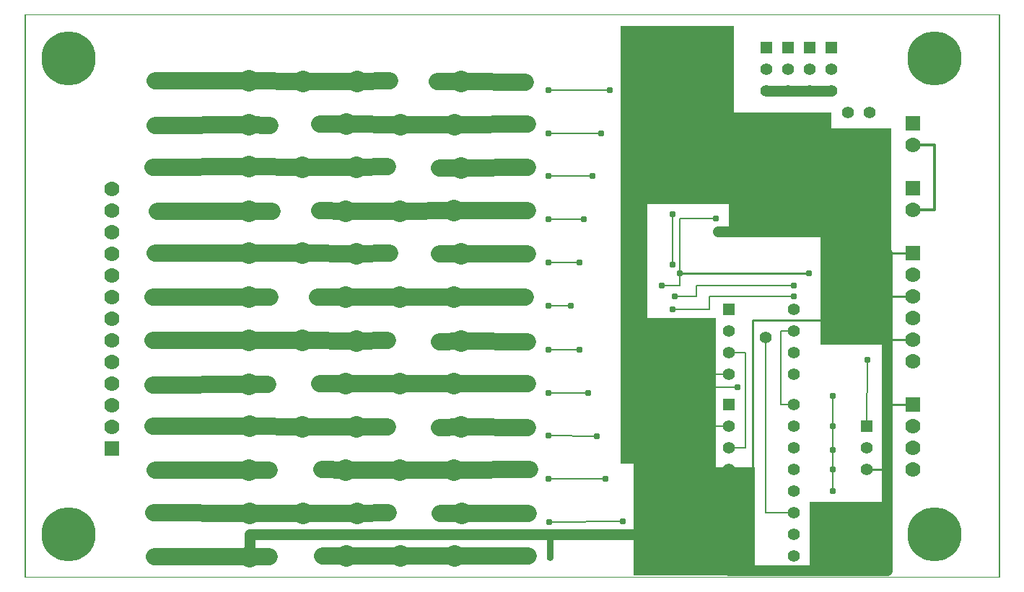
<source format=gbl>
G04*
G04 Format:               Gerber RS-274X*
G04 Layer:                BottomCopper*
G04 This File Name:       bms.gbl*
G04 Source File Name:     bms.rrb*
G04 Unique ID:            f0a94124-7116-492a-8d2f-4ebec7e5445f*
G04 Generated Date:       Thursday, 13 March 2014 15:34:31*
G04*
G04 Created Using:        Robot Room Copper Connection v2.5.5143*
G04 Software Contact:     http://www.robotroom.com/CopperConnection/Support.aspx*
G04 License Number:       1402*
G04*
G04 Zero Suppression:     Leading*
G04 Number Precision:     2.4*
G04*
%FSLAX24Y24*%
%MOIN*%
%LNBottomCopper*%
%ADD10C,.008*%
%ADD11C,.01*%
%ADD12C,.012*%
%ADD13C,.03*%
%ADD14C,.031*%
%ADD15C,.037*%
%ADD16C,.05*%
%ADD17C,.056*%
%ADD18C,.07*%
%ADD19C,.08*%
%ADD20C,.1*%
%ADD21C,.25*%
%ADD22R,.006X.006*%
%ADD23R,.056X.056*%
%ADD24R,.07X.07*%
%ADD25R,.03X.03*%
G36*
G01X36250Y3500D02*
X39800D01*
Y300D01*
X36250D01*
Y3500D01*
G37*
G36*
X27500Y19500D02*
X28750D01*
Y5250D01*
X27500D01*
Y19500D01*
G37*
G36*
X28100Y12000D02*
X31900D01*
Y1900D01*
X28100D01*
Y12000D01*
G37*
G36*
X28100Y5100D02*
X33700D01*
Y100D01*
X28100D01*
Y5100D01*
G37*
G36*
X36750Y20750D02*
X40000D01*
Y10750D01*
X36750D01*
Y20750D01*
G37*
G36*
X32500Y21500D02*
X37250D01*
Y15750D01*
X32500D01*
Y21500D01*
G37*
G36*
X27500Y25500D02*
X32750D01*
Y17250D01*
X27500D01*
Y25500D01*
G37*
D10*
X24200Y2560D02*
X27600Y2570D01*
X24170Y4540D02*
X26800D01*
X24170Y6540D02*
X26400Y6530D01*
X24170Y8520D02*
X26000Y8510D01*
X24170Y10520D02*
X25600D01*
X24170Y12550D02*
X25200D01*
X24180Y22510D02*
X27010D01*
X24180Y20510D02*
X26610D01*
X24170Y18550D02*
X26200D01*
X24170Y14550D02*
X25600D01*
X24170Y16550D02*
X25810D01*
X29900Y14450D02*
Y16800D01*
X31910Y16600D02*
X30250D01*
Y14060D01*
Y13470D01*
X29400D01*
X38890Y6990D02*
X38910Y10050D01*
X35500Y11400D02*
X34900D01*
X34200Y11090D02*
Y3000D01*
X35500D01*
X32500Y7000D02*
X31700D01*
X32500Y9400D02*
X31700D01*
X32500Y6000D02*
X33280D01*
X31700Y9400D02*
Y8800D01*
X32500Y10400D02*
X33280D01*
X32900Y8800D02*
X31700D01*
X33280Y10400D02*
Y6000D01*
X37320Y8400D02*
Y7000D01*
Y4000D02*
Y5000D01*
Y5900D01*
Y7000D01*
X31700Y8800D02*
Y7000D01*
X34900Y11400D02*
Y8000D01*
X35500D01*
X31700Y7000D02*
Y5000D01*
X30000Y13000D02*
X31000D01*
X29900Y12400D02*
X31600D01*
X31000Y13000D02*
Y13500D01*
X35500D01*
X31600Y12400D02*
Y13000D01*
X35500D01*
D11*
X39810Y11000D02*
X41010D01*
X39810Y7990D02*
X41010D01*
X39800Y15000D02*
X41010D01*
X39810Y12990D02*
X41010Y13000D01*
X38890Y4990D02*
X39800Y5000D01*
X32500D02*
X31700D01*
X29480D02*
X31700D01*
X32500D02*
X33600D01*
X30250Y14060D02*
X36200D01*
X33600Y5000D02*
Y11890D01*
X38200Y11900D01*
D12*
X41010Y20000D02*
X42010D01*
Y17000D01*
X41010D01*
D13*
X24250Y930D02*
Y1980D01*
D14*
X26800Y4540D03*
X27600Y2570D03*
X24200Y2560D03*
X24250Y930D03*
X26400Y6530D03*
X26000Y8510D03*
X25600Y10520D03*
X24170Y4540D03*
Y6540D03*
X25200Y12550D03*
X24170Y8520D03*
Y10520D03*
Y12550D03*
X26610Y20510D03*
X24170Y14550D03*
X25600D03*
X27010Y22510D03*
X24170Y16550D03*
Y18550D03*
X26200D03*
X24180Y20510D03*
Y22510D03*
X25810Y16550D03*
X29900Y14450D03*
Y16800D03*
X29400Y13470D03*
X31910Y16600D03*
X35500Y13500D03*
Y13000D03*
X30250Y14060D03*
X32000Y16000D03*
X34900D03*
X30000Y13000D03*
X38910Y10050D03*
X29900Y12400D03*
X29480Y5000D03*
X32900Y8800D03*
X37320Y5000D03*
Y4000D03*
Y5900D03*
Y7000D03*
Y8400D03*
X38200Y13400D03*
X36200Y14060D03*
D15*
X29490Y1980D03*
D16*
X10360Y960D02*
X10370Y1980D01*
X24250D01*
X29490D02*
X24250D01*
X36250Y22500D02*
X37250D01*
X32000Y16000D02*
X34250D01*
X39810Y330D02*
X32500D01*
X34250Y22500D02*
X35250D01*
X39810Y12990D02*
Y11000D01*
Y7990D02*
Y11000D01*
X39800Y15000D02*
Y13400D01*
X39810Y7990D02*
X39800Y5000D01*
X32500D02*
Y4000D01*
X29490Y1980D02*
X32500Y2000D01*
Y4000D02*
Y3000D01*
Y2000D01*
X39800Y5000D02*
X39810Y330D01*
Y12990D02*
X39800Y13400D01*
X38200D02*
X39800D01*
X38200Y11900D02*
Y13400D01*
X34900Y16000D02*
X38200D01*
X34250D02*
X34900D01*
X38200D02*
Y13400D01*
X32500Y2000D02*
Y1000D01*
Y330D01*
X35250Y22500D02*
X36250D01*
D17*
X37250Y22500D03*
X32500Y7000D03*
X37250Y23500D03*
X32500Y6000D03*
Y5000D03*
Y4000D03*
Y3000D03*
Y2000D03*
Y1000D03*
X35500D03*
Y2000D03*
Y3000D03*
Y4000D03*
Y5000D03*
Y6000D03*
Y7000D03*
Y8000D03*
X35250Y22500D03*
Y23500D03*
X34250Y22500D03*
Y23500D03*
X32500Y11400D03*
Y10400D03*
Y9400D03*
X35500D03*
Y10400D03*
Y11400D03*
Y12400D03*
X38000Y21500D03*
X39000D03*
X38890Y4990D03*
Y5990D03*
X34200Y11090D03*
X36250Y22500D03*
Y23500D03*
D18*
X4000Y7960D03*
Y8960D03*
Y6960D03*
Y10960D03*
Y9960D03*
Y11960D03*
Y13960D03*
Y12960D03*
Y14960D03*
Y15960D03*
X41010Y13000D03*
Y12000D03*
Y14000D03*
Y10000D03*
X4000Y17960D03*
Y16960D03*
X41010Y11000D03*
Y5990D03*
Y4990D03*
Y6990D03*
Y20000D03*
Y17000D03*
D19*
X13740Y1000D02*
X14850Y970D01*
X5980Y960D02*
X10360D01*
X14850Y970D02*
X17350D01*
X19850D01*
X10360Y960D02*
X11260Y940D01*
X19850Y970D02*
X23230Y1000D01*
X5940Y2980D02*
X10360Y2960D01*
X19170Y2950D02*
X20170Y2960D01*
X10360D02*
X12850Y2950D01*
X15350Y2960D01*
X20170D02*
X23230D01*
X15350D02*
X16770Y2990D01*
X6000Y4940D02*
X10330D01*
X11260D01*
X13700Y4970D02*
X14820Y4960D01*
X17320D01*
X19820Y4950D01*
X23310Y4970D01*
X5900Y8900D02*
X10330Y8920D01*
X11200D01*
X5900Y12940D02*
X10330Y12950D01*
X11300Y12940D01*
X6100Y16910D02*
X10330Y16930D01*
X11400Y16920D01*
X6000Y20900D02*
X10340Y20910D01*
X11300Y20900D01*
X13600Y8960D02*
X14820Y8950D01*
X17320D01*
X19820Y8940D01*
X23210Y8960D01*
X13500Y12940D02*
X14820Y12950D01*
X17320D01*
X19820D01*
X23110Y12940D01*
X13600Y16940D02*
X14820Y16920D01*
X17320Y16930D01*
X19820Y16940D01*
X23210D01*
X13600Y20960D02*
X14830Y20940D01*
X17330Y20930D01*
X19830Y20920D01*
X23210Y20940D01*
X5900Y6980D02*
X10380Y6970D01*
X12820Y6960D01*
X15320Y6950D01*
X16730D01*
X5900Y10940D02*
X10330Y10960D01*
X12820Y10940D01*
X15320Y10930D01*
X16730Y10950D01*
X6000Y15000D02*
X10330Y14970D01*
X12820D01*
X15320Y14960D01*
X16830Y14990D01*
X5900Y18960D02*
X10330Y18970D01*
X12820Y18960D01*
X15320Y18950D01*
X16730Y18970D01*
X20140Y6940D02*
X23200Y6930D01*
X19140Y6910D02*
X20140Y6940D01*
X6000Y22940D02*
X10340D01*
X12830Y22930D01*
X15330Y22920D01*
X16830Y22950D01*
X20140Y10920D02*
X23200Y10900D01*
X19140Y10890D02*
X20140Y10920D01*
Y14950D02*
X23200Y14960D01*
X19140D02*
X20140Y14950D01*
Y18930D02*
X23200Y18940D01*
X19140Y18930D02*
X20140D01*
X20150Y22910D02*
X23100Y22900D01*
X19040Y22910D02*
X20150D01*
D20*
X10360Y2960D03*
Y960D03*
X20170Y2960D03*
X12850Y2950D03*
X15350Y2960D03*
X14850Y970D03*
X17350D03*
X19850D03*
X10380Y6970D03*
X10330Y4940D03*
X20140Y6940D03*
X12820Y6960D03*
X15320Y6950D03*
X14820Y4960D03*
X17320D03*
X19820Y4950D03*
X10330Y10960D03*
Y8920D03*
X20140Y10920D03*
X12820Y10940D03*
X15320Y10930D03*
X14820Y8950D03*
X17320D03*
X19820Y8940D03*
X10330Y14970D03*
Y12950D03*
X20140Y14950D03*
X12820Y14970D03*
X15320Y14960D03*
X14820Y12950D03*
X17320D03*
X19820D03*
X10330Y18970D03*
Y16930D03*
X20140Y18930D03*
X12820Y18960D03*
X15320Y18950D03*
X14820Y16920D03*
X17320Y16930D03*
X19820Y16940D03*
X10340Y22940D03*
Y20910D03*
X20150Y22910D03*
X12830Y22930D03*
X15330Y22920D03*
X14830Y20940D03*
X17330Y20930D03*
X19830Y20920D03*
D21*
X2000Y24000D03*
X42000D03*
Y2000D03*
X2000D03*
D23*
X32500Y8000D03*
X37250Y24500D03*
X32500Y12400D03*
X35250Y24500D03*
X34250D03*
X38890Y6990D03*
X36250Y24500D03*
D24*
X4000Y5960D03*
X41010Y15000D03*
Y7990D03*
Y21000D03*
Y18000D03*
D25*
X11260Y940D03*
Y4940D03*
X5980Y960D03*
X13740Y1000D03*
X23230D03*
Y2960D03*
X5940Y2980D03*
X16770Y2990D03*
X23310Y4970D03*
X19170Y2950D03*
X13700Y4970D03*
X6000Y4940D03*
X11300Y12940D03*
X11400Y16920D03*
X11300Y20900D03*
X5900Y8900D03*
X13600Y8960D03*
X5900Y12940D03*
X11200Y8920D03*
X6100Y16910D03*
X6000Y20900D03*
X23210Y8960D03*
X13500Y12940D03*
X23110D03*
X13600Y16940D03*
X23210D03*
X13600Y20960D03*
X23210Y20940D03*
X5900Y6980D03*
X16730Y6950D03*
X5900Y10940D03*
X16730Y10950D03*
X6000Y15000D03*
X16830Y14990D03*
X5900Y18960D03*
X16730Y18970D03*
X6000Y22940D03*
X16830Y22950D03*
X23200Y6930D03*
X19140Y6910D03*
X23200Y10900D03*
X19140Y10890D03*
X23200Y14960D03*
X19140D03*
X23200Y18940D03*
X19140Y18930D03*
X23100Y22900D03*
X19040Y22910D03*
D22*
X0Y26000D02*
X45000D01*
Y0D01*
X0D01*
Y26000D01*
M02*

</source>
